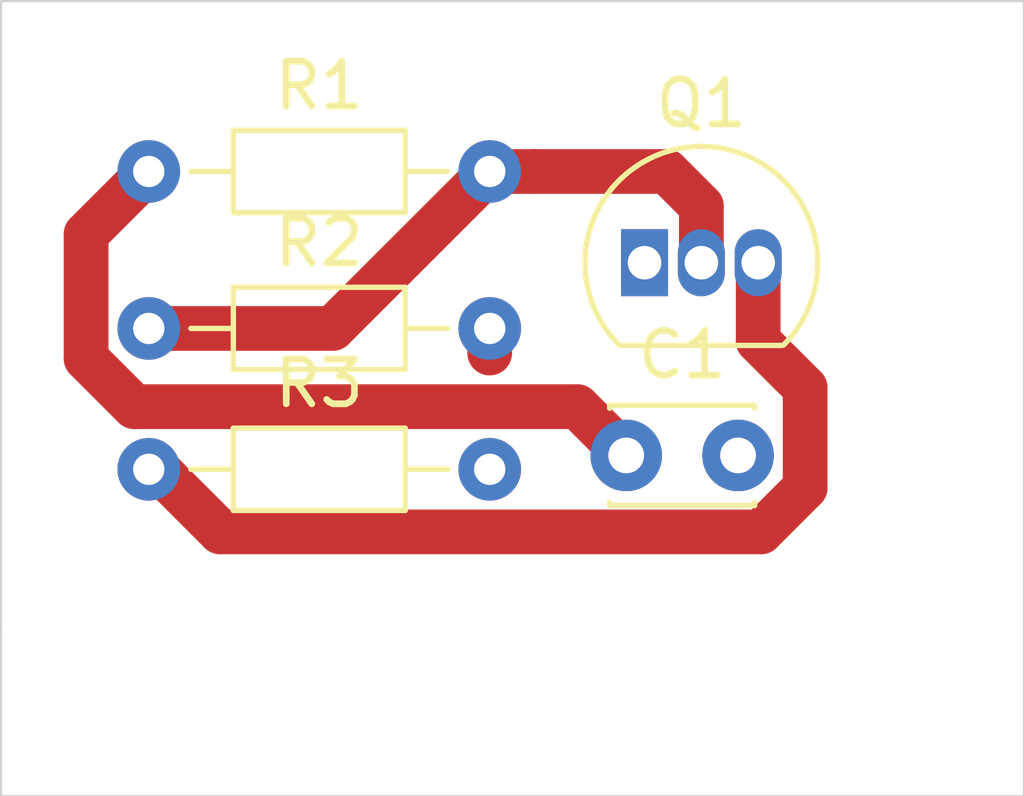
<source format=kicad_pcb>
(kicad_pcb (version 20171130) (host pcbnew "(5.1.2)-2")

  (general
    (thickness 1.6)
    (drawings 7)
    (tracks 20)
    (zones 0)
    (modules 5)
    (nets 7)
  )

  (page A4)
  (layers
    (0 F.Cu signal)
    (31 B.Cu signal)
    (32 B.Adhes user)
    (33 F.Adhes user)
    (34 B.Paste user)
    (35 F.Paste user)
    (36 B.SilkS user)
    (37 F.SilkS user)
    (38 B.Mask user)
    (39 F.Mask user)
    (40 Dwgs.User user)
    (41 Cmts.User user)
    (42 Eco1.User user)
    (43 Eco2.User user)
    (44 Edge.Cuts user)
    (45 Margin user)
    (46 B.CrtYd user)
    (47 F.CrtYd user)
    (48 B.Fab user)
    (49 F.Fab user)
  )

  (setup
    (last_trace_width 1)
    (user_trace_width 1)
    (trace_clearance 0.2)
    (zone_clearance 0.508)
    (zone_45_only no)
    (trace_min 0.2)
    (via_size 0.8)
    (via_drill 0.4)
    (via_min_size 0.4)
    (via_min_drill 0.3)
    (uvia_size 0.3)
    (uvia_drill 0.1)
    (uvias_allowed no)
    (uvia_min_size 0.2)
    (uvia_min_drill 0.1)
    (edge_width 0.05)
    (segment_width 0.2)
    (pcb_text_width 0.3)
    (pcb_text_size 1.5 1.5)
    (mod_edge_width 0.12)
    (mod_text_size 1 1)
    (mod_text_width 0.15)
    (pad_size 1.524 1.524)
    (pad_drill 0.762)
    (pad_to_mask_clearance 0.051)
    (solder_mask_min_width 0.25)
    (aux_axis_origin 0 0)
    (visible_elements FFFFFF7F)
    (pcbplotparams
      (layerselection 0x010fc_ffffffff)
      (usegerberextensions false)
      (usegerberattributes false)
      (usegerberadvancedattributes false)
      (creategerberjobfile false)
      (excludeedgelayer true)
      (linewidth 0.100000)
      (plotframeref false)
      (viasonmask false)
      (mode 1)
      (useauxorigin false)
      (hpglpennumber 1)
      (hpglpenspeed 20)
      (hpglpendiameter 15.000000)
      (psnegative false)
      (psa4output false)
      (plotreference true)
      (plotvalue true)
      (plotinvisibletext false)
      (padsonsilk false)
      (subtractmaskfromsilk false)
      (outputformat 1)
      (mirror false)
      (drillshape 1)
      (scaleselection 1)
      (outputdirectory ""))
  )

  (net 0 "")
  (net 1 "Net-(C1-Pad2)")
  (net 2 "Net-(C1-Pad1)")
  (net 3 VCC)
  (net 4 "Net-(Q1-Pad3)")
  (net 5 "Net-(Q1-Pad2)")
  (net 6 GND)

  (net_class Default "Esta é a classe de rede padrão."
    (clearance 0.2)
    (trace_width 0.25)
    (via_dia 0.8)
    (via_drill 0.4)
    (uvia_dia 0.3)
    (uvia_drill 0.1)
    (add_net GND)
    (add_net "Net-(C1-Pad1)")
    (add_net "Net-(C1-Pad2)")
    (add_net "Net-(Q1-Pad2)")
    (add_net "Net-(Q1-Pad3)")
    (add_net VCC)
  )

  (module Resistor_THT:R_Axial_DIN0204_L3.6mm_D1.6mm_P7.62mm_Horizontal (layer F.Cu) (tedit 5AE5139B) (tstamp 5D4E5A73)
    (at 132.84 93.02)
    (descr "Resistor, Axial_DIN0204 series, Axial, Horizontal, pin pitch=7.62mm, 0.167W, length*diameter=3.6*1.6mm^2, http://cdn-reichelt.de/documents/datenblatt/B400/1_4W%23YAG.pdf")
    (tags "Resistor Axial_DIN0204 series Axial Horizontal pin pitch 7.62mm 0.167W length 3.6mm diameter 1.6mm")
    (path /5D4E45DE)
    (fp_text reference R3 (at 3.81 -1.92) (layer F.SilkS)
      (effects (font (size 1 1) (thickness 0.15)))
    )
    (fp_text value 10k (at 3.81 1.92) (layer F.Fab)
      (effects (font (size 1 1) (thickness 0.15)))
    )
    (fp_text user %R (at 3.81 0) (layer F.Fab)
      (effects (font (size 0.72 0.72) (thickness 0.108)))
    )
    (fp_line (start 8.57 -1.05) (end -0.95 -1.05) (layer F.CrtYd) (width 0.05))
    (fp_line (start 8.57 1.05) (end 8.57 -1.05) (layer F.CrtYd) (width 0.05))
    (fp_line (start -0.95 1.05) (end 8.57 1.05) (layer F.CrtYd) (width 0.05))
    (fp_line (start -0.95 -1.05) (end -0.95 1.05) (layer F.CrtYd) (width 0.05))
    (fp_line (start 6.68 0) (end 5.73 0) (layer F.SilkS) (width 0.12))
    (fp_line (start 0.94 0) (end 1.89 0) (layer F.SilkS) (width 0.12))
    (fp_line (start 5.73 -0.92) (end 1.89 -0.92) (layer F.SilkS) (width 0.12))
    (fp_line (start 5.73 0.92) (end 5.73 -0.92) (layer F.SilkS) (width 0.12))
    (fp_line (start 1.89 0.92) (end 5.73 0.92) (layer F.SilkS) (width 0.12))
    (fp_line (start 1.89 -0.92) (end 1.89 0.92) (layer F.SilkS) (width 0.12))
    (fp_line (start 7.62 0) (end 5.61 0) (layer F.Fab) (width 0.1))
    (fp_line (start 0 0) (end 2.01 0) (layer F.Fab) (width 0.1))
    (fp_line (start 5.61 -0.8) (end 2.01 -0.8) (layer F.Fab) (width 0.1))
    (fp_line (start 5.61 0.8) (end 5.61 -0.8) (layer F.Fab) (width 0.1))
    (fp_line (start 2.01 0.8) (end 5.61 0.8) (layer F.Fab) (width 0.1))
    (fp_line (start 2.01 -0.8) (end 2.01 0.8) (layer F.Fab) (width 0.1))
    (pad 2 thru_hole oval (at 7.62 0) (size 1.4 1.4) (drill 0.7) (layers *.Cu *.Mask)
      (net 6 GND))
    (pad 1 thru_hole circle (at 0 0) (size 1.4 1.4) (drill 0.7) (layers *.Cu *.Mask)
      (net 4 "Net-(Q1-Pad3)"))
    (model ${KISYS3DMOD}/Resistor_THT.3dshapes/R_Axial_DIN0204_L3.6mm_D1.6mm_P7.62mm_Horizontal.wrl
      (at (xyz 0 0 0))
      (scale (xyz 1 1 1))
      (rotate (xyz 0 0 0))
    )
  )

  (module Resistor_THT:R_Axial_DIN0204_L3.6mm_D1.6mm_P7.62mm_Horizontal (layer F.Cu) (tedit 5AE5139B) (tstamp 5D4E5A5C)
    (at 132.84 89.87)
    (descr "Resistor, Axial_DIN0204 series, Axial, Horizontal, pin pitch=7.62mm, 0.167W, length*diameter=3.6*1.6mm^2, http://cdn-reichelt.de/documents/datenblatt/B400/1_4W%23YAG.pdf")
    (tags "Resistor Axial_DIN0204 series Axial Horizontal pin pitch 7.62mm 0.167W length 3.6mm diameter 1.6mm")
    (path /5D4DF63A)
    (fp_text reference R2 (at 3.81 -1.92) (layer F.SilkS)
      (effects (font (size 1 1) (thickness 0.15)))
    )
    (fp_text value 510k (at 3.81 1.92) (layer F.Fab)
      (effects (font (size 1 1) (thickness 0.15)))
    )
    (fp_text user %R (at 3.81 0) (layer F.Fab)
      (effects (font (size 0.72 0.72) (thickness 0.108)))
    )
    (fp_line (start 8.57 -1.05) (end -0.95 -1.05) (layer F.CrtYd) (width 0.05))
    (fp_line (start 8.57 1.05) (end 8.57 -1.05) (layer F.CrtYd) (width 0.05))
    (fp_line (start -0.95 1.05) (end 8.57 1.05) (layer F.CrtYd) (width 0.05))
    (fp_line (start -0.95 -1.05) (end -0.95 1.05) (layer F.CrtYd) (width 0.05))
    (fp_line (start 6.68 0) (end 5.73 0) (layer F.SilkS) (width 0.12))
    (fp_line (start 0.94 0) (end 1.89 0) (layer F.SilkS) (width 0.12))
    (fp_line (start 5.73 -0.92) (end 1.89 -0.92) (layer F.SilkS) (width 0.12))
    (fp_line (start 5.73 0.92) (end 5.73 -0.92) (layer F.SilkS) (width 0.12))
    (fp_line (start 1.89 0.92) (end 5.73 0.92) (layer F.SilkS) (width 0.12))
    (fp_line (start 1.89 -0.92) (end 1.89 0.92) (layer F.SilkS) (width 0.12))
    (fp_line (start 7.62 0) (end 5.61 0) (layer F.Fab) (width 0.1))
    (fp_line (start 0 0) (end 2.01 0) (layer F.Fab) (width 0.1))
    (fp_line (start 5.61 -0.8) (end 2.01 -0.8) (layer F.Fab) (width 0.1))
    (fp_line (start 5.61 0.8) (end 5.61 -0.8) (layer F.Fab) (width 0.1))
    (fp_line (start 2.01 0.8) (end 5.61 0.8) (layer F.Fab) (width 0.1))
    (fp_line (start 2.01 -0.8) (end 2.01 0.8) (layer F.Fab) (width 0.1))
    (pad 2 thru_hole oval (at 7.62 0) (size 1.4 1.4) (drill 0.7) (layers *.Cu *.Mask)
      (net 6 GND))
    (pad 1 thru_hole circle (at 0 0) (size 1.4 1.4) (drill 0.7) (layers *.Cu *.Mask)
      (net 5 "Net-(Q1-Pad2)"))
    (model ${KISYS3DMOD}/Resistor_THT.3dshapes/R_Axial_DIN0204_L3.6mm_D1.6mm_P7.62mm_Horizontal.wrl
      (at (xyz 0 0 0))
      (scale (xyz 1 1 1))
      (rotate (xyz 0 0 0))
    )
  )

  (module Resistor_THT:R_Axial_DIN0204_L3.6mm_D1.6mm_P7.62mm_Horizontal (layer F.Cu) (tedit 5AE5139B) (tstamp 5D4E5A45)
    (at 132.84 86.36)
    (descr "Resistor, Axial_DIN0204 series, Axial, Horizontal, pin pitch=7.62mm, 0.167W, length*diameter=3.6*1.6mm^2, http://cdn-reichelt.de/documents/datenblatt/B400/1_4W%23YAG.pdf")
    (tags "Resistor Axial_DIN0204 series Axial Horizontal pin pitch 7.62mm 0.167W length 3.6mm diameter 1.6mm")
    (path /5D4E1E08)
    (fp_text reference R1 (at 3.81 -1.92) (layer F.SilkS)
      (effects (font (size 1 1) (thickness 0.15)))
    )
    (fp_text value 1k (at 3.81 1.92) (layer F.Fab)
      (effects (font (size 1 1) (thickness 0.15)))
    )
    (fp_text user %R (at 3.81 0) (layer F.Fab)
      (effects (font (size 0.72 0.72) (thickness 0.108)))
    )
    (fp_line (start 8.57 -1.05) (end -0.95 -1.05) (layer F.CrtYd) (width 0.05))
    (fp_line (start 8.57 1.05) (end 8.57 -1.05) (layer F.CrtYd) (width 0.05))
    (fp_line (start -0.95 1.05) (end 8.57 1.05) (layer F.CrtYd) (width 0.05))
    (fp_line (start -0.95 -1.05) (end -0.95 1.05) (layer F.CrtYd) (width 0.05))
    (fp_line (start 6.68 0) (end 5.73 0) (layer F.SilkS) (width 0.12))
    (fp_line (start 0.94 0) (end 1.89 0) (layer F.SilkS) (width 0.12))
    (fp_line (start 5.73 -0.92) (end 1.89 -0.92) (layer F.SilkS) (width 0.12))
    (fp_line (start 5.73 0.92) (end 5.73 -0.92) (layer F.SilkS) (width 0.12))
    (fp_line (start 1.89 0.92) (end 5.73 0.92) (layer F.SilkS) (width 0.12))
    (fp_line (start 1.89 -0.92) (end 1.89 0.92) (layer F.SilkS) (width 0.12))
    (fp_line (start 7.62 0) (end 5.61 0) (layer F.Fab) (width 0.1))
    (fp_line (start 0 0) (end 2.01 0) (layer F.Fab) (width 0.1))
    (fp_line (start 5.61 -0.8) (end 2.01 -0.8) (layer F.Fab) (width 0.1))
    (fp_line (start 5.61 0.8) (end 5.61 -0.8) (layer F.Fab) (width 0.1))
    (fp_line (start 2.01 0.8) (end 5.61 0.8) (layer F.Fab) (width 0.1))
    (fp_line (start 2.01 -0.8) (end 2.01 0.8) (layer F.Fab) (width 0.1))
    (pad 2 thru_hole oval (at 7.62 0) (size 1.4 1.4) (drill 0.7) (layers *.Cu *.Mask)
      (net 5 "Net-(Q1-Pad2)"))
    (pad 1 thru_hole circle (at 0 0) (size 1.4 1.4) (drill 0.7) (layers *.Cu *.Mask)
      (net 2 "Net-(C1-Pad1)"))
    (model ${KISYS3DMOD}/Resistor_THT.3dshapes/R_Axial_DIN0204_L3.6mm_D1.6mm_P7.62mm_Horizontal.wrl
      (at (xyz 0 0 0))
      (scale (xyz 1 1 1))
      (rotate (xyz 0 0 0))
    )
  )

  (module Package_TO_SOT_THT:TO-92_Inline (layer F.Cu) (tedit 5A1DD157) (tstamp 5D4E5A2E)
    (at 143.92 88.4)
    (descr "TO-92 leads in-line, narrow, oval pads, drill 0.75mm (see NXP sot054_po.pdf)")
    (tags "to-92 sc-43 sc-43a sot54 PA33 transistor")
    (path /5D4E3938)
    (fp_text reference Q1 (at 1.27 -3.56) (layer F.SilkS)
      (effects (font (size 1 1) (thickness 0.15)))
    )
    (fp_text value BC548 (at 1.27 2.79) (layer F.Fab)
      (effects (font (size 1 1) (thickness 0.15)))
    )
    (fp_arc (start 1.27 0) (end 1.27 -2.6) (angle 135) (layer F.SilkS) (width 0.12))
    (fp_arc (start 1.27 0) (end 1.27 -2.48) (angle -135) (layer F.Fab) (width 0.1))
    (fp_arc (start 1.27 0) (end 1.27 -2.6) (angle -135) (layer F.SilkS) (width 0.12))
    (fp_arc (start 1.27 0) (end 1.27 -2.48) (angle 135) (layer F.Fab) (width 0.1))
    (fp_line (start 4 2.01) (end -1.46 2.01) (layer F.CrtYd) (width 0.05))
    (fp_line (start 4 2.01) (end 4 -2.73) (layer F.CrtYd) (width 0.05))
    (fp_line (start -1.46 -2.73) (end -1.46 2.01) (layer F.CrtYd) (width 0.05))
    (fp_line (start -1.46 -2.73) (end 4 -2.73) (layer F.CrtYd) (width 0.05))
    (fp_line (start -0.5 1.75) (end 3 1.75) (layer F.Fab) (width 0.1))
    (fp_line (start -0.53 1.85) (end 3.07 1.85) (layer F.SilkS) (width 0.12))
    (fp_text user %R (at 1.27 -3.56) (layer F.Fab)
      (effects (font (size 1 1) (thickness 0.15)))
    )
    (pad 1 thru_hole rect (at 0 0) (size 1.05 1.5) (drill 0.75) (layers *.Cu *.Mask)
      (net 3 VCC))
    (pad 3 thru_hole oval (at 2.54 0) (size 1.05 1.5) (drill 0.75) (layers *.Cu *.Mask)
      (net 4 "Net-(Q1-Pad3)"))
    (pad 2 thru_hole oval (at 1.27 0) (size 1.05 1.5) (drill 0.75) (layers *.Cu *.Mask)
      (net 5 "Net-(Q1-Pad2)"))
    (model ${KISYS3DMOD}/Package_TO_SOT_THT.3dshapes/TO-92_Inline.wrl
      (at (xyz 0 0 0))
      (scale (xyz 1 1 1))
      (rotate (xyz 0 0 0))
    )
  )

  (module Capacitor_THT:C_Disc_D3.0mm_W2.0mm_P2.50mm (layer F.Cu) (tedit 5AE50EF0) (tstamp 5D4E5A1C)
    (at 143.51 92.71)
    (descr "C, Disc series, Radial, pin pitch=2.50mm, , diameter*width=3*2mm^2, Capacitor")
    (tags "C Disc series Radial pin pitch 2.50mm  diameter 3mm width 2mm Capacitor")
    (path /5D4E2E7F)
    (fp_text reference C1 (at 1.25 -2.25) (layer F.SilkS)
      (effects (font (size 1 1) (thickness 0.15)))
    )
    (fp_text value 20nF (at 1.25 2.25) (layer F.Fab)
      (effects (font (size 1 1) (thickness 0.15)))
    )
    (fp_text user %R (at 1.25 0) (layer F.Fab)
      (effects (font (size 0.6 0.6) (thickness 0.09)))
    )
    (fp_line (start 3.55 -1.25) (end -1.05 -1.25) (layer F.CrtYd) (width 0.05))
    (fp_line (start 3.55 1.25) (end 3.55 -1.25) (layer F.CrtYd) (width 0.05))
    (fp_line (start -1.05 1.25) (end 3.55 1.25) (layer F.CrtYd) (width 0.05))
    (fp_line (start -1.05 -1.25) (end -1.05 1.25) (layer F.CrtYd) (width 0.05))
    (fp_line (start 2.87 1.055) (end 2.87 1.12) (layer F.SilkS) (width 0.12))
    (fp_line (start 2.87 -1.12) (end 2.87 -1.055) (layer F.SilkS) (width 0.12))
    (fp_line (start -0.37 1.055) (end -0.37 1.12) (layer F.SilkS) (width 0.12))
    (fp_line (start -0.37 -1.12) (end -0.37 -1.055) (layer F.SilkS) (width 0.12))
    (fp_line (start -0.37 1.12) (end 2.87 1.12) (layer F.SilkS) (width 0.12))
    (fp_line (start -0.37 -1.12) (end 2.87 -1.12) (layer F.SilkS) (width 0.12))
    (fp_line (start 2.75 -1) (end -0.25 -1) (layer F.Fab) (width 0.1))
    (fp_line (start 2.75 1) (end 2.75 -1) (layer F.Fab) (width 0.1))
    (fp_line (start -0.25 1) (end 2.75 1) (layer F.Fab) (width 0.1))
    (fp_line (start -0.25 -1) (end -0.25 1) (layer F.Fab) (width 0.1))
    (pad 2 thru_hole circle (at 2.5 0) (size 1.6 1.6) (drill 0.8) (layers *.Cu *.Mask)
      (net 1 "Net-(C1-Pad2)"))
    (pad 1 thru_hole circle (at 0 0) (size 1.6 1.6) (drill 0.8) (layers *.Cu *.Mask)
      (net 2 "Net-(C1-Pad1)"))
    (model ${KISYS3DMOD}/Capacitor_THT.3dshapes/C_Disc_D3.0mm_W2.0mm_P2.50mm.wrl
      (at (xyz 0 0 0))
      (scale (xyz 1 1 1))
      (rotate (xyz 0 0 0))
    )
  )

  (gr_line (start 129.54 100.33) (end 129.54 97.79) (layer Edge.Cuts) (width 0.05) (tstamp 5D4E5B14))
  (gr_line (start 152.4 100.33) (end 129.54 100.33) (layer Edge.Cuts) (width 0.05))
  (gr_line (start 152.4 82.55) (end 152.4 100.33) (layer Edge.Cuts) (width 0.05))
  (gr_line (start 149.86 82.55) (end 152.4 82.55) (layer Edge.Cuts) (width 0.05))
  (gr_line (start 149.86 82.55) (end 129.54 82.55) (layer Edge.Cuts) (width 0.05) (tstamp 5D4E5B0B))
  (gr_line (start 129.54 96.52) (end 129.54 97.79) (layer Edge.Cuts) (width 0.05))
  (gr_line (start 129.54 82.55) (end 129.54 96.52) (layer Edge.Cuts) (width 0.05))

  (segment (start 142.710001 91.910001) (end 143.51 92.71) (width 1) (layer F.Cu) (net 2))
  (segment (start 142.419999 91.619999) (end 142.710001 91.910001) (width 1) (layer F.Cu) (net 2))
  (segment (start 132.517997 91.619999) (end 142.419999 91.619999) (width 1) (layer F.Cu) (net 2))
  (segment (start 131.439999 90.542001) (end 132.517997 91.619999) (width 1) (layer F.Cu) (net 2))
  (segment (start 131.439999 87.760001) (end 131.439999 90.542001) (width 1) (layer F.Cu) (net 2))
  (segment (start 132.84 86.36) (end 131.439999 87.760001) (width 1) (layer F.Cu) (net 2))
  (segment (start 146.46 90.15) (end 146.46 88.4) (width 1) (layer F.Cu) (net 4))
  (segment (start 147.510001 91.200001) (end 146.46 90.15) (width 1) (layer F.Cu) (net 4))
  (segment (start 147.510001 93.430001) (end 147.510001 91.200001) (width 1) (layer F.Cu) (net 4))
  (segment (start 146.520001 94.420001) (end 147.510001 93.430001) (width 1) (layer F.Cu) (net 4))
  (segment (start 134.440001 94.420001) (end 146.520001 94.420001) (width 1) (layer F.Cu) (net 4))
  (segment (start 133.04 93.02) (end 134.440001 94.420001) (width 1) (layer F.Cu) (net 4))
  (segment (start 132.84 93.02) (end 133.04 93.02) (width 1) (layer F.Cu) (net 4))
  (segment (start 136.95 89.87) (end 140.46 86.36) (width 1) (layer F.Cu) (net 5))
  (segment (start 132.84 89.87) (end 136.95 89.87) (width 1) (layer F.Cu) (net 5))
  (segment (start 141.449949 86.36) (end 140.46 86.36) (width 1) (layer F.Cu) (net 5))
  (segment (start 144.415002 86.36) (end 141.449949 86.36) (width 1) (layer F.Cu) (net 5))
  (segment (start 145.19 87.134998) (end 144.415002 86.36) (width 1) (layer F.Cu) (net 5))
  (segment (start 145.19 88.4) (end 145.19 87.134998) (width 1) (layer F.Cu) (net 5))
  (segment (start 140.46 89.87) (end 140.46 90.419989) (width 1) (layer F.Cu) (net 6))

)

</source>
